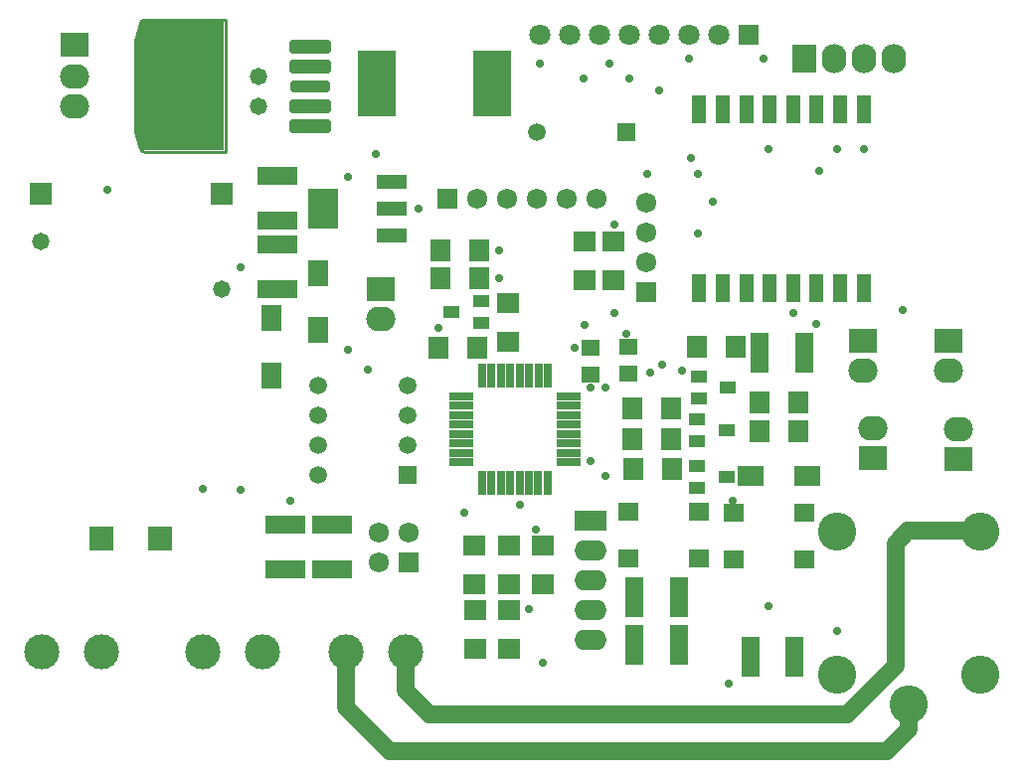
<source format=gts>
G04*
G04 #@! TF.GenerationSoftware,Altium Limited,Altium Designer,19.1.1 (5)*
G04*
G04 Layer_Color=8388736*
%FSTAX24Y24*%
%MOIN*%
G70*
G01*
G75*
%ADD18C,0.0100*%
G04:AMPARAMS|DCode=39|XSize=39.4mil|YSize=133.9mil|CornerRadius=9.8mil|HoleSize=0mil|Usage=FLASHONLY|Rotation=90.000|XOffset=0mil|YOffset=0mil|HoleType=Round|Shape=RoundedRectangle|*
%AMROUNDEDRECTD39*
21,1,0.0394,0.1142,0,0,90.0*
21,1,0.0197,0.1339,0,0,90.0*
1,1,0.0197,0.0571,0.0098*
1,1,0.0197,0.0571,-0.0098*
1,1,0.0197,-0.0571,-0.0098*
1,1,0.0197,-0.0571,0.0098*
%
%ADD39ROUNDEDRECTD39*%
%ADD40C,0.0600*%
%ADD41C,0.0200*%
%ADD42R,0.2820X0.4380*%
%ADD43R,0.0680X0.0730*%
%ADD44R,0.0669X0.0866*%
%ADD45R,0.0730X0.0680*%
%ADD46R,0.0474X0.0966*%
%ADD47R,0.0631X0.1379*%
%ADD48R,0.1379X0.0631*%
%ADD49R,0.0630X0.0580*%
%ADD50R,0.0671X0.0592*%
%ADD51R,0.0257X0.0830*%
%ADD52R,0.0830X0.0257*%
%ADD53R,0.0552X0.0415*%
%ADD54R,0.0866X0.0669*%
%ADD55R,0.1025X0.0474*%
%ADD56R,0.1025X0.1379*%
%ADD57R,0.1261X0.2206*%
G04:AMPARAMS|DCode=58|XSize=47.4mil|YSize=141.9mil|CornerRadius=13.8mil|HoleSize=0mil|Usage=FLASHONLY|Rotation=90.000|XOffset=0mil|YOffset=0mil|HoleType=Round|Shape=RoundedRectangle|*
%AMROUNDEDRECTD58*
21,1,0.0474,0.1142,0,0,90.0*
21,1,0.0197,0.1419,0,0,90.0*
1,1,0.0277,0.0571,0.0098*
1,1,0.0277,0.0571,-0.0098*
1,1,0.0277,-0.0571,-0.0098*
1,1,0.0277,-0.0571,0.0098*
%
%ADD58ROUNDEDRECTD58*%
%ADD59C,0.0678*%
%ADD60R,0.0678X0.0678*%
%ADD61C,0.1280*%
%ADD62C,0.1180*%
%ADD63C,0.0710*%
%ADD64R,0.0710X0.0710*%
%ADD65R,0.0980X0.0830*%
%ADD66O,0.0980X0.0830*%
%ADD67R,0.0592X0.0592*%
%ADD68C,0.0592*%
%ADD69O,0.1080X0.0680*%
%ADD70R,0.1080X0.0680*%
%ADD71R,0.0789X0.0789*%
%ADD72R,0.0749X0.0749*%
%ADD73R,0.0678X0.0678*%
%ADD74O,0.0830X0.0980*%
%ADD75R,0.0830X0.0980*%
%ADD76C,0.0277*%
%ADD77C,0.0580*%
D18*
X019449Y031596D02*
G03*
X019573Y031502I000124J000036D01*
G01*
X019449Y031596D02*
G03*
X019573Y031502I000124J000036D01*
G01*
X019277Y032215D02*
G03*
X019282Y032179I000129J0D01*
G01*
X019277Y032215D02*
G03*
X019282Y032179I000129J0D01*
G01*
X019573Y035927D02*
G03*
X019449Y035834I0J-000129D01*
G01*
X019573Y035927D02*
G03*
X019449Y035834I0J-000129D01*
G01*
X019282Y03525D02*
G03*
X019277Y035215I000124J-000035D01*
G01*
X019282Y03525D02*
G03*
X019277Y035215I000124J-000035D01*
G01*
X0195Y0359D02*
X01955Y03595D01*
X0223D01*
Y0357D02*
Y03595D01*
Y031504D02*
Y0357D01*
X022298Y031502D02*
X0223Y031504D01*
X020073Y031502D02*
X022298D01*
X019573D02*
X020073D01*
X019282Y032179D02*
X019449Y031596D01*
X019573Y035927D02*
X020073D01*
X019277Y032215D02*
Y035215D01*
X019282Y03525D02*
X019449Y035833D01*
D39*
X02515Y0337D02*
D03*
D40*
X045179Y01297D02*
X04522D01*
X04448Y01139D02*
X04522Y01213D01*
X02781Y01139D02*
X04448D01*
X026335Y012865D02*
X02781Y01139D01*
X045179Y01297D02*
X04522D01*
X026335Y012865D02*
Y01475D01*
X04522Y01213D02*
Y01297D01*
X028335Y013433D02*
X029128Y01264D01*
X028335Y013433D02*
Y01477D01*
X029128Y01264D02*
X043135D01*
X04476Y018378D02*
X045172Y01879D01*
X04762D01*
X04476Y014265D02*
Y018378D01*
X043135Y01264D02*
X04476Y014265D01*
D41*
X019423Y031898D02*
Y035538D01*
D42*
X02084Y033718D02*
D03*
D43*
X03939Y024971D02*
D03*
X03809D02*
D03*
X030809Y028191D02*
D03*
X029509D02*
D03*
X030809Y027275D02*
D03*
X029509D02*
D03*
X029441Y02492D02*
D03*
X030741D02*
D03*
X04149Y02212D02*
D03*
X04019D02*
D03*
X041493Y023105D02*
D03*
X040193D02*
D03*
X03727Y020863D02*
D03*
X03597D02*
D03*
X03724Y021858D02*
D03*
X03594D02*
D03*
X03724Y022899D02*
D03*
X03594D02*
D03*
D44*
X023828Y02401D02*
D03*
Y025939D02*
D03*
X0254Y027449D02*
D03*
Y02552D02*
D03*
D45*
X035315Y027191D02*
D03*
Y028491D02*
D03*
X03435Y027191D02*
D03*
Y028491D02*
D03*
X030664Y01614D02*
D03*
Y01484D02*
D03*
X031813D02*
D03*
Y01614D02*
D03*
Y018297D02*
D03*
Y016997D02*
D03*
X03065D02*
D03*
Y018297D02*
D03*
X031764Y026446D02*
D03*
Y025146D02*
D03*
X032946Y018287D02*
D03*
Y016987D02*
D03*
D46*
X038182Y032936D02*
D03*
X038969D02*
D03*
X039757D02*
D03*
X040544D02*
D03*
X041332D02*
D03*
X042119D02*
D03*
X042906D02*
D03*
X043694D02*
D03*
Y026932D02*
D03*
X042906D02*
D03*
X042119D02*
D03*
X041332D02*
D03*
X040544D02*
D03*
X039757D02*
D03*
X038969D02*
D03*
X038182D02*
D03*
D47*
X041386Y01457D02*
D03*
X03989D02*
D03*
X041692Y024773D02*
D03*
X040196D02*
D03*
X03602Y014972D02*
D03*
X037516D02*
D03*
X03602Y016572D02*
D03*
X037516D02*
D03*
D48*
X025873Y018996D02*
D03*
Y0175D02*
D03*
X024321Y019011D02*
D03*
Y017515D02*
D03*
X024031Y030698D02*
D03*
Y029202D02*
D03*
X024032Y026902D02*
D03*
Y028398D02*
D03*
D49*
X03455Y02402D02*
D03*
Y02492D02*
D03*
X035818Y024071D02*
D03*
Y024971D02*
D03*
D50*
X03935Y019415D02*
D03*
Y01784D02*
D03*
X041712Y019415D02*
D03*
Y01784D02*
D03*
X035818Y01944D02*
D03*
Y017865D02*
D03*
X03818Y01944D02*
D03*
Y017865D02*
D03*
D51*
X030898Y020396D02*
D03*
X031213D02*
D03*
X031528Y020396D02*
D03*
X031843Y020396D02*
D03*
X032157D02*
D03*
X032472Y020396D02*
D03*
X032787Y020396D02*
D03*
X033102D02*
D03*
X0309Y024D02*
D03*
X031215Y024D02*
D03*
X03153Y024D02*
D03*
X031845D02*
D03*
X03216D02*
D03*
X032475D02*
D03*
X03279D02*
D03*
X033105D02*
D03*
D52*
X0338Y0211D02*
D03*
Y021415D02*
D03*
Y02173D02*
D03*
Y022045D02*
D03*
Y02236D02*
D03*
Y022675D02*
D03*
Y02299D02*
D03*
Y023305D02*
D03*
X030196Y021098D02*
D03*
Y021413D02*
D03*
Y021728D02*
D03*
Y022043D02*
D03*
X0302Y02236D02*
D03*
X030196Y022672D02*
D03*
X030196Y022987D02*
D03*
Y023302D02*
D03*
D53*
X02988Y026146D02*
D03*
X030862Y026516D02*
D03*
X030864Y025772D02*
D03*
X039142Y023596D02*
D03*
X03816Y023226D02*
D03*
X038158Y023971D02*
D03*
X039093Y020595D02*
D03*
X03811Y020225D02*
D03*
X038108Y020969D02*
D03*
X039093Y022165D02*
D03*
X03811Y021795D02*
D03*
X038108Y022539D02*
D03*
D54*
X03989Y020645D02*
D03*
X041819D02*
D03*
D55*
X027872Y028694D02*
D03*
Y0296D02*
D03*
Y030506D02*
D03*
D56*
X025589Y0296D02*
D03*
D57*
X027371Y033798D02*
D03*
X031229D02*
D03*
D58*
X02515Y035039D02*
D03*
Y034369D02*
D03*
Y033031D02*
D03*
Y032361D02*
D03*
D59*
X027427Y018748D02*
D03*
Y017748D02*
D03*
X028427Y018748D02*
D03*
X03639Y02979D02*
D03*
Y02879D02*
D03*
Y02779D02*
D03*
X034741Y02995D02*
D03*
X033741D02*
D03*
X032741D02*
D03*
X031741D02*
D03*
X030741D02*
D03*
D60*
X028427Y017748D02*
D03*
X03639Y02679D02*
D03*
D61*
X04762Y01397D02*
D03*
X04282Y01877D02*
D03*
X04522Y01297D02*
D03*
X04762Y01877D02*
D03*
X04282Y01397D02*
D03*
D62*
X028335Y01475D02*
D03*
X026335D02*
D03*
X018147D02*
D03*
X016147D02*
D03*
X02355D02*
D03*
X02155D02*
D03*
D63*
X03285Y03545D02*
D03*
X03385D02*
D03*
X03485D02*
D03*
X03585D02*
D03*
X03685D02*
D03*
X03785D02*
D03*
X03885D02*
D03*
D64*
X03985D02*
D03*
D65*
X04366Y025181D02*
D03*
X02751Y0269D02*
D03*
X04401Y02123D02*
D03*
X04688Y02119D02*
D03*
X01725Y0351D02*
D03*
X046537Y025181D02*
D03*
D66*
X04366Y024181D02*
D03*
X02751Y0259D02*
D03*
X04401Y02223D02*
D03*
X04688Y02219D02*
D03*
X01725Y03305D02*
D03*
Y03405D02*
D03*
X046537Y024181D02*
D03*
D67*
X02842Y020683D02*
D03*
X035745Y032165D02*
D03*
D68*
X02842Y021683D02*
D03*
Y022683D02*
D03*
Y023683D02*
D03*
X02542D02*
D03*
Y022683D02*
D03*
Y021683D02*
D03*
Y020683D02*
D03*
X032745Y032165D02*
D03*
D69*
X03455Y01614D02*
D03*
Y01714D02*
D03*
Y01814D02*
D03*
Y01514D02*
D03*
D70*
Y01914D02*
D03*
D71*
X020116Y018525D02*
D03*
X018147D02*
D03*
D72*
X022163Y0301D02*
D03*
X0161D02*
D03*
D73*
X029741Y02995D02*
D03*
D74*
X0447Y03462D02*
D03*
X0437D02*
D03*
X0427D02*
D03*
D75*
X0417D02*
D03*
D76*
X024467Y019811D02*
D03*
X022791Y02017D02*
D03*
X035327Y02611D02*
D03*
X041325D02*
D03*
X042816Y031595D02*
D03*
X04372Y031586D02*
D03*
X03791Y03131D02*
D03*
X04219Y03086D02*
D03*
X0376Y024181D02*
D03*
X036937Y024363D02*
D03*
X039311Y019811D02*
D03*
X04282Y015448D02*
D03*
X03455Y023596D02*
D03*
X03504D02*
D03*
X029441Y025604D02*
D03*
X02706Y024184D02*
D03*
X02155Y0202D02*
D03*
X045004Y026196D02*
D03*
X01835Y03022D02*
D03*
X03272Y01884D02*
D03*
X040493Y01626D02*
D03*
X04149Y02219D02*
D03*
X03653Y02409D02*
D03*
X032157Y019665D02*
D03*
X032945Y01437D02*
D03*
X032474Y016151D02*
D03*
X03916Y01368D02*
D03*
X03685Y033562D02*
D03*
X031229D02*
D03*
X034298Y033968D02*
D03*
X035834Y033976D02*
D03*
X035165Y034468D02*
D03*
X03285D02*
D03*
X040494Y031586D02*
D03*
X034019Y024941D02*
D03*
X035745Y025395D02*
D03*
X031476Y027275D02*
D03*
Y028191D02*
D03*
X029442Y027089D02*
D03*
X03505Y020645D02*
D03*
X03455Y021137D02*
D03*
X03785Y03462D02*
D03*
X040354D02*
D03*
X042094Y025746D02*
D03*
X03435Y02571D02*
D03*
X035327Y029077D02*
D03*
X026418Y030661D02*
D03*
Y024883D02*
D03*
X028775Y029595D02*
D03*
X038144Y028766D02*
D03*
X038644Y029836D02*
D03*
X030311Y0194D02*
D03*
X038154Y030761D02*
D03*
X02734Y03144D02*
D03*
X0228Y02765D02*
D03*
X036425Y030755D02*
D03*
D77*
X022163Y0269D02*
D03*
X0161Y0285D02*
D03*
X0234Y03305D02*
D03*
Y03405D02*
D03*
M02*

</source>
